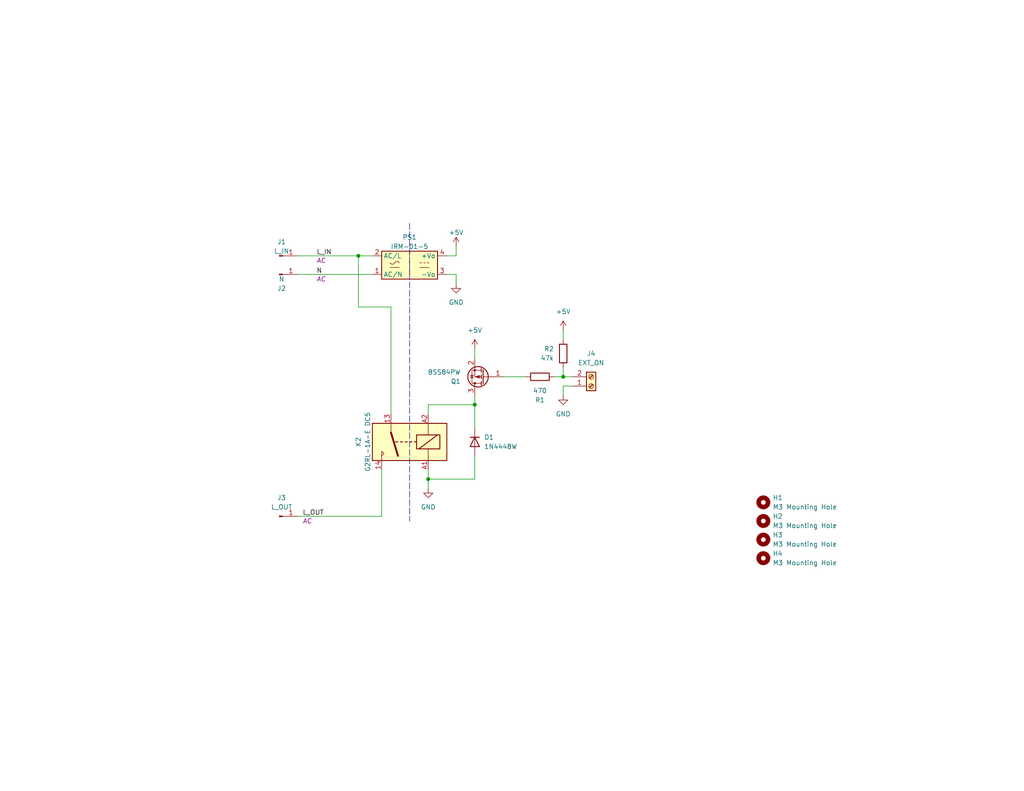
<source format=kicad_sch>
(kicad_sch (version 20231120) (generator "eeschema") (generator_version "8.0")
  (paper "USLetter")
  (title_block (title "PDU Relay Module") (date "2024-02-24") (rev "v0.1") (company "Will Bicks"))
  (lib_symbols
    (symbol "+5V_1" (power) (pin_numbers hide) (pin_names (offset 0) hide)
      (property "Value" "+5V" (at 0 3.556 0))
      (symbol "+5V_1_0_1"
        (polyline (pts (xy -0.762 1.27) (xy 0 2.54)))
        (polyline (pts (xy 0 0) (xy 0 2.54)))
        (polyline (pts (xy 0 2.54) (xy 0.762 1.27)))
      )
      (symbol "+5V_1_1_1"
        (pin power_in line (at 0 0 90) (length 0) (name "~") (number "1"))
      )
    )
    (symbol "+5V_2" (power) (pin_numbers hide) (pin_names (offset 0) hide)
      (property "Value" "+5V" (at 0 3.556 0))
      (symbol "+5V_2_0_1"
        (polyline (pts (xy -0.762 1.27) (xy 0 2.54)))
        (polyline (pts (xy 0 0) (xy 0 2.54)))
        (polyline (pts (xy 0 2.54) (xy 0.762 1.27)))
      )
      (symbol "+5V_2_1_1"
        (pin power_in line (at 0 0 90) (length 0) (name "~") (number "1"))
      )
    )
    (symbol "Connector:Conn_01x01_Pin" (pin_names (offset 1.016) hide)
      (property "Reference" "J" (at 0 2.54 0))
      (property "Value" "Conn_01x01_Pin" (at 0 -2.54 0))
      (symbol "Conn_01x01_Pin_1_1"
        (polyline (pts (xy 1.27 0) (xy 0.8636 0)) (stroke (width 0.1524)))
        (rectangle (start 0.8636 0.127) (end 0 -0.127) (stroke (width 0.1524)) (fill (type outline)))
        (pin passive line (at 5.08 0 180) (length 3.81) (name "Pin_1") (number "1"))
      )
    )
    (symbol "Connector:Screw_Terminal_01x02" (pin_names (offset 1.016) hide)
      (property "Reference" "J" (at 0 2.54 0))
      (property "Value" "Screw_Terminal_01x02" (at 0 -5.08 0))
      (symbol "Screw_Terminal_01x02_1_1"
        (rectangle (start -1.27 1.27) (end 1.27 -3.81) (stroke (width 0.254)) (fill (type background)))
        (circle (center 0 -2.54) (radius 0.635) (stroke (width 0.1524)))
        (polyline (pts (xy -0.5334 -2.2098) (xy 0.3302 -3.048)) (stroke (width 0.1524)))
        (polyline (pts (xy -0.5334 0.3302) (xy 0.3302 -0.508)) (stroke (width 0.1524)))
        (polyline (pts (xy -0.3556 -2.032) (xy 0.508 -2.8702)) (stroke (width 0.1524)))
        (polyline (pts (xy -0.3556 0.508) (xy 0.508 -0.3302)) (stroke (width 0.1524)))
        (circle (center 0 0) (radius 0.635) (stroke (width 0.1524)))
        (pin passive line (at -5.08 0 0) (length 3.81) (name "Pin_1") (number "1"))
        (pin passive line (at -5.08 -2.54 0) (length 3.81) (name "Pin_2") (number "2"))
      )
    )
    (symbol "Converter_ACDC:IRM-02-3.3"
      (property "Reference" "PS" (at 0 5.08 0))
      (property "Value" "IRM-02-3.3" (at 0 -5.08 0))
      (symbol "IRM-02-3.3_0_1"
        (rectangle (start -7.62 3.81) (end 7.62 -3.81) (stroke (width 0.254)) (fill (type background)))
        (arc (start -5.334 0.635) (mid -4.699 0.2495) (end -4.064 0.635))
        (arc (start -2.794 0.635) (mid -3.429 1.0072) (end -4.064 0.635))
        (polyline (pts (xy -5.334 -0.635) (xy -2.794 -0.635)))
        (polyline (pts (xy 2.794 -0.635) (xy 5.334 -0.635)))
        (polyline (pts (xy 2.794 0.635) (xy 3.302 0.635)))
        (polyline (pts (xy 3.81 0.635) (xy 4.318 0.635)))
        (polyline (pts (xy 4.826 0.635) (xy 5.334 0.635)))
      )
      (symbol "IRM-02-3.3_1_1"
        (polyline (pts (xy 0 -1.27) (xy 0 -2.54)))
        (polyline (pts (xy 0 1.27) (xy 0 0)))
        (polyline (pts (xy 0 3.81) (xy 0 2.54)))
        (pin power_in line (at -10.16 -2.54 0) (length 2.54) (name "AC/N") (number "1"))
        (pin power_in line (at -10.16 2.54 0) (length 2.54) (name "AC/L") (number "2"))
        (pin power_out line (at 10.16 -2.54 180) (length 2.54) (name "-Vo") (number "3"))
        (pin power_out line (at 10.16 2.54 180) (length 2.54) (name "+Vo") (number "4"))
      )
    )
    (symbol "Device:D" (pin_numbers hide) (pin_names (offset 1.016) hide)
      (property "Reference" "D" (at 0 2.54 0))
      (property "Value" "D" (at 0 -2.54 0))
      (symbol "D_0_1"
        (polyline (pts (xy -1.27 1.27) (xy -1.27 -1.27)) (stroke (width 0.254)))
        (polyline (pts (xy 1.27 0) (xy -1.27 0)))
        (polyline (pts (xy 1.27 1.27) (xy 1.27 -1.27) (xy -1.27 0) (xy 1.27 1.27)) (stroke (width 0.254)))
      )
      (symbol "D_1_1"
        (pin passive line (at -3.81 0 0) (length 2.54) (name "K") (number "1"))
        (pin passive line (at 3.81 0 180) (length 2.54) (name "A") (number "2"))
      )
    )
    (symbol "Device:Q_PMOS_GSD" (pin_names (offset 0) hide)
      (property "Reference" "Q" (at 5.08 1.27 0))
      (property "Value" "Q_PMOS_GSD" (at 5.08 -1.27 0))
      (symbol "Q_PMOS_GSD_0_1"
        (polyline (pts (xy 0.254 0) (xy -2.54 0)))
        (polyline (pts (xy 0.254 1.905) (xy 0.254 -1.905)) (stroke (width 0.254)))
        (polyline (pts (xy 0.762 -1.27) (xy 0.762 -2.286)) (stroke (width 0.254)))
        (polyline (pts (xy 0.762 0.508) (xy 0.762 -0.508)) (stroke (width 0.254)))
        (polyline (pts (xy 0.762 2.286) (xy 0.762 1.27)) (stroke (width 0.254)))
        (polyline (pts (xy 2.54 2.54) (xy 2.54 1.778)))
        (polyline (pts (xy 2.54 -2.54) (xy 2.54 0) (xy 0.762 0)))
        (polyline (pts (xy 0.762 1.778) (xy 3.302 1.778) (xy 3.302 -1.778) (xy 0.762 -1.778)))
        (polyline (pts (xy 2.286 0) (xy 1.27 0.381) (xy 1.27 -0.381) (xy 2.286 0)) (fill (type outline)))
        (polyline (pts (xy 2.794 -0.508) (xy 2.921 -0.381) (xy 3.683 -0.381) (xy 3.81 -0.254)))
        (polyline (pts (xy 3.302 -0.381) (xy 2.921 0.254) (xy 3.683 0.254) (xy 3.302 -0.381)))
        (circle (center 1.651 0) (radius 2.794) (stroke (width 0.254)))
        (circle (center 2.54 -1.778) (radius 0.254) (fill (type outline)))
        (circle (center 2.54 1.778) (radius 0.254) (fill (type outline)))
      )
      (symbol "Q_PMOS_GSD_1_1"
        (pin input line (at -5.08 0 0) (length 2.54) (name "G") (number "1"))
        (pin passive line (at 2.54 -5.08 90) (length 2.54) (name "S") (number "2"))
        (pin passive line (at 2.54 5.08 270) (length 2.54) (name "D") (number "3"))
      )
    )
    (symbol "Device:R" (pin_numbers hide) (pin_names (offset 0))
      (property "Reference" "R" (at 2.032 0 90))
      (property "Value" "R" (at 0 0 90))
      (symbol "R_0_1"
        (rectangle (start -1.016 -2.54) (end 1.016 2.54) (stroke (width 0.254)))
      )
      (symbol "R_1_1"
        (pin passive line (at 0 3.81 270) (length 1.27) (name "~") (number "1"))
        (pin passive line (at 0 -3.81 90) (length 1.27) (name "~") (number "2"))
      )
    )
    (symbol "GND_1" (power) (pin_numbers hide) (pin_names (offset 0) hide)
      (property "Value" "GND" (at 0 -3.81 0))
      (symbol "GND_1_0_1"
        (polyline (pts (xy 0 0) (xy 0 -1.27) (xy 1.27 -1.27) (xy 0 -2.54) (xy -1.27 -1.27) (xy 0 -1.27)))
      )
      (symbol "GND_1_1_1"
        (pin power_in line (at 0 0 270) (length 0) (name "~") (number "1"))
      )
    )
    (symbol "GND_2" (power) (pin_numbers hide) (pin_names (offset 0) hide)
      (property "Value" "GND" (at 0 -3.81 0))
      (symbol "GND_2_0_1"
        (polyline (pts (xy 0 0) (xy 0 -1.27) (xy 1.27 -1.27) (xy 0 -2.54) (xy -1.27 -1.27) (xy 0 -1.27)))
      )
      (symbol "GND_2_1_1"
        (pin power_in line (at 0 0 270) (length 0) (name "~") (number "1"))
      )
    )
    (symbol "Mechanical:MountingHole" (pin_names (offset 1.016))
      (property "Reference" "H" (at 0 5.08 0))
      (property "Value" "MountingHole" (at 0 3.175 0))
      (symbol "MountingHole_0_1"
        (circle (center 0 0) (radius 1.27) (stroke (width 1.27)))
      )
    )
    (symbol "Relay:Relay_SPST-NO"
      (property "Reference" "K" (at 11.43 3.81 0))
      (property "Value" "Relay_SPST-NO" (at 11.43 1.27 0))
      (symbol "Relay_SPST-NO_0_0"
        (polyline (pts (xy 7.62 5.08) (xy 7.62 2.54) (xy 6.985 3.175) (xy 7.62 3.81)))
      )
      (symbol "Relay_SPST-NO_0_1"
        (rectangle (start -10.16 5.08) (end 10.16 -5.08) (stroke (width 0.254)) (fill (type background)))
        (rectangle (start -8.255 1.905) (end -1.905 -1.905) (stroke (width 0.254)))
        (polyline (pts (xy -7.62 -1.905) (xy -2.54 1.905)) (stroke (width 0.254)))
        (polyline (pts (xy -5.08 -5.08) (xy -5.08 -1.905)))
        (polyline (pts (xy -5.08 5.08) (xy -5.08 1.905)))
        (polyline (pts (xy -1.905 0) (xy -1.27 0)) (stroke (width 0.254)))
        (polyline (pts (xy -0.635 0) (xy 0 0)) (stroke (width 0.254)))
        (polyline (pts (xy 0.635 0) (xy 1.27 0)) (stroke (width 0.254)))
        (polyline (pts (xy 1.905 0) (xy 2.54 0)) (stroke (width 0.254)))
        (polyline (pts (xy 3.175 0) (xy 3.81 0)) (stroke (width 0.254)))
        (polyline (pts (xy 5.08 -2.54) (xy 3.175 3.81)) (stroke (width 0.508)))
        (polyline (pts (xy 5.08 -2.54) (xy 5.08 -5.08)))
      )
      (symbol "Relay_SPST-NO_1_1"
        (pin passive line (at 5.08 -7.62 90) (length 2.54) (name "~") (number "13"))
        (pin passive line (at 7.62 7.62 270) (length 2.54) (name "~") (number "14"))
        (pin passive line (at -5.08 7.62 270) (length 2.54) (name "~") (number "A1"))
        (pin passive line (at -5.08 -7.62 90) (length 2.54) (name "~") (number "A2"))
      )
    )
    (symbol "power:+5V" (power) (pin_names (offset 0))
      (property "Value" "+5V" (at 0 3.556 0))
      (symbol "+5V_0_1"
        (polyline (pts (xy -0.762 1.27) (xy 0 2.54)))
        (polyline (pts (xy 0 0) (xy 0 2.54)))
        (polyline (pts (xy 0 2.54) (xy 0.762 1.27)))
      )
      (symbol "+5V_1_1"
        (pin power_in line (at 0 0 90) (length 0) hide (name "+5V") (number "1"))
      )
    )
    (symbol "power:GND" (power) (pin_names (offset 0))
      (property "Value" "GND" (at 0 -3.81 0))
      (symbol "GND_0_1"
        (polyline (pts (xy 0 0) (xy 0 -1.27) (xy 1.27 -1.27) (xy 0 -2.54) (xy -1.27 -1.27) (xy 0 -1.27)))
      )
      (symbol "GND_1_1"
        (pin power_in line (at 0 0 270) (length 0) hide (name "GND") (number "1"))
      )
    )
  )
  (junction (at 129.54 110.49))
  (junction (at 153.67 102.87))
  (junction (at 116.84 130.81))
  (junction (at 97.79 69.85))
  (wire (pts (xy 116.84 130.81) (xy 116.84 133.35)))
  (wire (pts (xy 104.14 128.27) (xy 104.14 140.97)))
  (wire (pts (xy 151.13 102.87) (xy 153.67 102.87)))
  (wire (pts (xy 153.67 100.33) (xy 153.67 102.87)))
  (wire (pts (xy 121.92 74.93) (xy 124.46 74.93)))
  (wire (pts (xy 116.84 110.49) (xy 129.54 110.49)))
  (wire (pts (xy 129.54 116.84) (xy 129.54 110.49)))
  (wire (pts (xy 121.92 69.85) (xy 124.46 69.85)))
  (wire (pts (xy 129.54 107.95) (xy 129.54 110.49)))
  (wire (pts (xy 124.46 69.85) (xy 124.46 67.31)))
  (wire (pts (xy 81.28 74.93) (xy 101.6 74.93)))
  (wire (pts (xy 116.84 110.49) (xy 116.84 113.03)))
  (wire (pts (xy 153.67 90.17) (xy 153.67 92.71)))
  (wire (pts (xy 153.67 105.41) (xy 153.67 107.95)))
  (wire (pts (xy 97.79 83.82) (xy 97.79 69.85)))
  (wire (pts (xy 124.46 74.93) (xy 124.46 77.47)))
  (wire (pts (xy 106.68 113.03) (xy 106.68 83.82)))
  (wire (pts (xy 137.16 102.87) (xy 143.51 102.87)))
  (wire (pts (xy 81.28 140.97) (xy 104.14 140.97)))
  (wire (pts (xy 129.54 95.25) (xy 129.54 97.79)))
  (wire (pts (xy 129.54 124.46) (xy 129.54 130.81)))
  (wire (pts (xy 106.68 83.82) (xy 97.79 83.82)))
  (polyline (pts (xy 111.76 60.96) (xy 111.76 142.24)) (stroke (width 0) (type dash)))
  (wire (pts (xy 129.54 130.81) (xy 116.84 130.81)))
  (wire (pts (xy 156.21 105.41) (xy 153.67 105.41)))
  (wire (pts (xy 97.79 69.85) (xy 101.6 69.85)))
  (wire (pts (xy 81.28 69.85) (xy 97.79 69.85)))
  (wire (pts (xy 116.84 128.27) (xy 116.84 130.81)))
  (wire (pts (xy 153.67 102.87) (xy 156.21 102.87)))
  (label "L_OUT" (at 82.55 140.97 0) (property "Netclass" "AC" (at 82.55 142.24 0) (effects (font (italic yes)) (justify left))))
  (label "L_IN" (at 86.36 69.85 0) (property "Netclass" "AC" (at 86.36 71.12 0) (effects (font (italic yes)) (justify left))))
  (label "N" (at 86.36 74.93 0) (property "Netclass" "AC" (at 86.36 76.2 0) (effects (font (italic yes)) (justify left))))
  (symbol (lib_id "Device:R") (at 153.67 96.52 0) (mirror y) (unit 1)
    (property "Reference" "R2" (at 151.13 95.2499 0) (effects (justify left)))
    (property "Value" "47k" (at 151.13 97.7899 0) (effects (justify left)))
    (property "Footprint" "Resistor_SMD:R_0805_2012Metric" (effects (hide yes)))
    (property "Description" "Resistor" (effects (hide yes)))
  )
  (symbol (lib_id "Connector:Conn_01x01_Pin") (at 76.2 69.85 0) (unit 1)
    (property "Reference" "J1" (at 76.835 66.04 0))
    (property "Value" "L_IN" (at 76.835 68.58 0))
    (property "Footprint" "Connector_Spade:Keystone_4966" (effects (hide yes)))
    (property "Datasheet" "https://www.mouser.com/datasheet/2/215/4966-743260.pdf" (effects (hide yes)))
  )
  (symbol (lib_id "Device:R") (at 147.32 102.87 90) (mirror x) (unit 1)
    (property "Reference" "R1" (at 147.32 109.22 90))
    (property "Value" "470" (at 147.32 106.68 90))
    (property "Footprint" "Resistor_SMD:R_0805_2012Metric" (effects (hide yes)))
    (property "Description" "Resistor" (effects (hide yes)))
  )
  (symbol (lib_id "Mechanical:MountingHole") (at 208.28 147.32 0) (unit 1)
    (property "Reference" "H3" (at 210.82 146.0499 0) (effects (justify left)))
    (property "Value" "M3 Mounting Hole" (at 210.82 148.5899 0) (effects (justify left)))
    (property "Footprint" "MountingHole:MountingHole_3.2mm_M3" (effects (hide yes)))
    (property "Description" "Mounting Hole without connection" (effects (hide yes)))
  )
  (symbol (lib_name "GND_1") (lib_id "power:GND") (at 116.84 133.35 0) (unit 1)
    (property "Reference" "#PWR03" (effects (hide yes)))
    (property "Value" "GND" (at 116.84 138.43 0))
    (property "Description" "Power symbol creates a global label with name \"GND\" , ground" (effects (hide yes)))
  )
  (symbol (lib_id "Device:D") (at 129.54 120.65 270) (unit 1)
    (property "Reference" "D1" (at 132.08 119.3799 90) (effects (justify left)))
    (property "Value" "1N4448W" (at 132.08 121.9199 90) (effects (justify left)))
    (property "Footprint" "Diode_SMD:D_SOD-123F" (effects (hide yes)))
    (property "Datasheet" "https://diotec.com/request/datasheet/1n4148w.pdf" (effects (hide yes)))
    (property "Description" "Diode" (effects (hide yes)))
    (property "Sim.Device" "D" (effects (hide yes)))
    (property "Sim.Pins" "1=K 2=A" (effects (hide yes)))
  )
  (symbol (lib_id "power:GND") (at 124.46 77.47 0) (unit 1)
    (property "Reference" "#PWR01" (effects (hide yes)))
    (property "Value" "GND" (at 124.46 82.55 0))
  )
  (symbol (lib_id "Device:Q_PMOS_GSD") (at 132.08 102.87 180) (unit 1)
    (property "Reference" "Q1" (at 125.73 104.1401 0) (effects (justify left)))
    (property "Value" "BSS84PW" (at 125.73 101.6001 0) (effects (justify left)))
    (property "Footprint" "Package_TO_SOT_SMD:SOT-323_SC-70" (effects (hide yes)))
    (property "Datasheet" "https://www.mouser.com/datasheet/2/196/Infineon-BSS84PW-DS-v02_00-EN-1225586.pdf" (effects (hide yes)))
    (property "Description" "P-MOSFET transistor, gate/source/drain" (effects (hide yes)))
  )
  (symbol (lib_id "Connector:Screw_Terminal_01x02") (at 161.29 105.41 0) (mirror x) (unit 1)
    (property "Reference" "J4" (at 161.29 96.52 0))
    (property "Value" "EXT_ON" (at 161.29 99.06 0))
    (property "Footprint" "TerminalBlock_TE-Connectivity:TerminalBlock_TE_282834-2_1x02_P2.54mm_Horizontal" (effects (hide yes)))
    (property "Description" "Generic screw terminal, single row, 01x02, script generated (kicad-library-utils/schlib/autogen/connector/)" (effects (hide yes)))
  )
  (symbol (lib_name "GND_2") (lib_id "power:GND") (at 153.67 107.95 0) (unit 1)
    (property "Reference" "#PWR06" (effects (hide yes)))
    (property "Value" "GND" (at 153.67 113.03 0))
    (property "Description" "Power symbol creates a global label with name \"GND\" , ground" (effects (hide yes)))
  )
  (symbol (lib_id "Connector:Conn_01x01_Pin") (at 76.2 140.97 0) (unit 1)
    (property "Reference" "J3" (at 76.835 135.89 0))
    (property "Value" "L_OUT" (at 76.835 138.43 0))
    (property "Footprint" "Connector_Spade:Keystone_4966" (effects (hide yes)))
    (property "Datasheet" "https://www.mouser.com/datasheet/2/215/4966-743260.pdf" (effects (hide yes)))
  )
  (symbol (lib_id "Mechanical:MountingHole") (at 208.28 137.16 0) (unit 1)
    (property "Reference" "H1" (at 210.82 135.8899 0) (effects (justify left)))
    (property "Value" "M3 Mounting Hole" (at 210.82 138.4299 0) (effects (justify left)))
    (property "Footprint" "MountingHole:MountingHole_3.2mm_M3" (effects (hide yes)))
    (property "Description" "Mounting Hole without connection" (effects (hide yes)))
  )
  (symbol (lib_id "Connector:Conn_01x01_Pin") (at 76.2 74.93 0) (mirror x) (unit 1)
    (property "Reference" "J2" (at 76.835 78.74 0))
    (property "Value" "N" (at 76.835 76.2 0))
    (property "Footprint" "Connector_Spade:Keystone_4966" (effects (hide yes)))
    (property "Datasheet" "https://www.mouser.com/datasheet/2/215/4966-743260.pdf" (effects (hide yes)))
  )
  (symbol (lib_id "Mechanical:MountingHole") (at 208.28 142.24 0) (unit 1)
    (property "Reference" "H2" (at 210.82 140.9699 0) (effects (justify left)))
    (property "Value" "M3 Mounting Hole" (at 210.82 143.5099 0) (effects (justify left)))
    (property "Footprint" "MountingHole:MountingHole_3.2mm_M3" (effects (hide yes)))
    (property "Description" "Mounting Hole without connection" (effects (hide yes)))
  )
  (symbol (lib_id "power:+5V") (at 124.46 67.31 0) (unit 1)
    (property "Reference" "#PWR02" (effects (hide yes)))
    (property "Value" "+5V" (at 124.46 63.5 0))
  )
  (symbol (lib_id "Relay:Relay_SPST-NO") (at 111.76 120.65 180) (unit 1)
    (property "Reference" "K2" (at 97.79 120.65 90))
    (property "Value" "G2RL-1A-E DC5" (at 100.33 120.65 90))
    (property "Footprint" "Relay_THT:Relay_SPST_Omron_G2RL-1A-E" (effects (hide yes)))
    (property "Datasheet" "https://www.mouser.com/datasheet/2/307/en_g2rl-472571.pdf" (effects (hide yes)))
    (property "Description" "Relay SPST, Normally Open, EN50005" (effects (hide yes)))
  )
  (symbol (lib_name "+5V_2") (lib_id "power:+5V") (at 153.67 90.17 0) (unit 1)
    (property "Reference" "#PWR05" (effects (hide yes)))
    (property "Value" "+5V" (at 153.67 85.09 0))
    (property "Description" "Power symbol creates a global label with name \"+5V\"" (effects (hide yes)))
  )
  (symbol (lib_id "Mechanical:MountingHole") (at 208.28 152.4 0) (unit 1)
    (property "Reference" "H4" (at 210.82 151.1299 0) (effects (justify left)))
    (property "Value" "M3 Mounting Hole" (at 210.82 153.6699 0) (effects (justify left)))
    (property "Footprint" "MountingHole:MountingHole_3.2mm_M3" (effects (hide yes)))
    (property "Description" "Mounting Hole without connection" (effects (hide yes)))
  )
  (symbol (lib_id "Converter_ACDC:IRM-02-3.3") (at 111.76 72.39 0) (unit 1)
    (property "Reference" "PS1" (at 111.76 64.77 0))
    (property "Value" "IRM-01-5" (at 111.76 67.31 0))
    (property "Footprint" "Converter_ACDC:Converter_ACDC_MeanWell_IRM-02-xx_THT" (effects (hide yes)))
    (property "Datasheet" "https://www.meanwell.com/Upload/PDF/IRM-02/IRM-02-SPEC.PDF" (effects (hide yes)))
  )
  (symbol (lib_name "+5V_1") (lib_id "power:+5V") (at 129.54 95.25 0) (unit 1)
    (property "Reference" "#PWR04" (effects (hide yes)))
    (property "Value" "+5V" (at 129.54 90.17 0))
    (property "Description" "Power symbol creates a global label with name \"+5V\"" (effects (hide yes)))
  )
)
</source>
